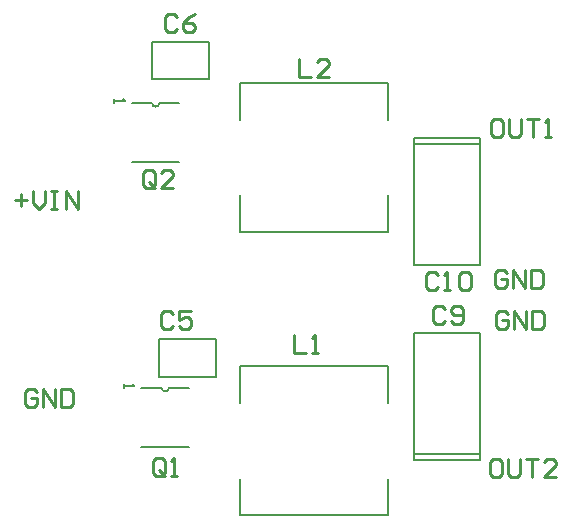
<source format=gto>
G04*
G04 #@! TF.GenerationSoftware,Altium Limited,Altium Designer,19.1.7 (138)*
G04*
G04 Layer_Color=65535*
%FSLAX44Y44*%
%MOMM*%
G71*
G01*
G75*
%ADD10C,0.2000*%
%ADD11C,0.2540*%
D10*
X143825Y175000D02*
G03*
X150175Y175000I3175J0D01*
G01*
X135825Y416000D02*
G03*
X142175Y416000I3175J0D01*
G01*
X127000Y175000D02*
X143825D01*
X150175D02*
X167000D01*
X127000Y125000D02*
X167000D01*
X119000Y366000D02*
X159000D01*
X142175Y416000D02*
X159000D01*
X119000D02*
X135825D01*
X358000Y381000D02*
Y386000D01*
X414000Y381000D02*
Y386000D01*
X358000D02*
X414000D01*
X358000Y381000D02*
X414000D01*
Y279000D02*
Y381000D01*
X358000Y279000D02*
X414000D01*
X358000D02*
Y381000D01*
X184000Y436000D02*
Y468000D01*
X136000Y436000D02*
X184000D01*
X136000D02*
Y468000D01*
X184000D01*
X210000Y67000D02*
Y98000D01*
Y162000D02*
Y193000D01*
X336000Y162000D02*
Y193000D01*
Y67000D02*
Y98000D01*
X210000Y67000D02*
X336000D01*
X210000Y193000D02*
X336000D01*
X414000Y114000D02*
Y119000D01*
X358000Y114000D02*
Y119000D01*
Y114000D02*
X414000D01*
X358000Y119000D02*
X414000D01*
X358000D02*
Y221000D01*
X414000D01*
Y119000D02*
Y221000D01*
X336000Y402000D02*
Y433000D01*
Y307000D02*
Y338000D01*
X210000Y307000D02*
Y338000D01*
Y402000D02*
Y433000D01*
X336000D01*
X210000Y307000D02*
X336000D01*
X142000Y184000D02*
X190000D01*
Y216000D01*
X142000D02*
X190000D01*
X142000Y184000D02*
Y216000D01*
X112000Y178000D02*
Y175001D01*
Y176500D01*
X120997D01*
X119498Y178000D01*
X104000Y419000D02*
Y416001D01*
Y417500D01*
X112997D01*
X111498Y419000D01*
D11*
X429618Y114235D02*
X424539D01*
X422000Y111696D01*
Y101539D01*
X424539Y99000D01*
X429618D01*
X432157Y101539D01*
Y111696D01*
X429618Y114235D01*
X437235D02*
Y101539D01*
X439774Y99000D01*
X444853D01*
X447392Y101539D01*
Y114235D01*
X452470D02*
X462627D01*
X457548D01*
Y99000D01*
X477862D02*
X467705D01*
X477862Y109157D01*
Y111696D01*
X475323Y114235D01*
X470244D01*
X467705Y111696D01*
X430617Y402235D02*
X425539D01*
X423000Y399696D01*
Y389539D01*
X425539Y387000D01*
X430617D01*
X433157Y389539D01*
Y399696D01*
X430617Y402235D01*
X438235D02*
Y389539D01*
X440774Y387000D01*
X445853D01*
X448392Y389539D01*
Y402235D01*
X453470D02*
X463627D01*
X458549D01*
Y387000D01*
X468705D02*
X473784D01*
X471244D01*
Y402235D01*
X468705Y399696D01*
X436157Y271696D02*
X433618Y274235D01*
X428539D01*
X426000Y271696D01*
Y261539D01*
X428539Y259000D01*
X433618D01*
X436157Y261539D01*
Y266618D01*
X431078D01*
X441235Y259000D02*
Y274235D01*
X451392Y259000D01*
Y274235D01*
X456470D02*
Y259000D01*
X464088D01*
X466627Y261539D01*
Y271696D01*
X464088Y274235D01*
X456470D01*
X437157Y237696D02*
X434618Y240235D01*
X429539D01*
X427000Y237696D01*
Y227539D01*
X429539Y225000D01*
X434618D01*
X437157Y227539D01*
Y232617D01*
X432078D01*
X442235Y225000D02*
Y240235D01*
X452392Y225000D01*
Y240235D01*
X457470D02*
Y225000D01*
X465088D01*
X467627Y227539D01*
Y237696D01*
X465088Y240235D01*
X457470D01*
X38157Y171696D02*
X35617Y174235D01*
X30539D01*
X28000Y171696D01*
Y161539D01*
X30539Y159000D01*
X35617D01*
X38157Y161539D01*
Y166618D01*
X33078D01*
X43235Y159000D02*
Y174235D01*
X53392Y159000D01*
Y174235D01*
X58470D02*
Y159000D01*
X66088D01*
X68627Y161539D01*
Y171696D01*
X66088Y174235D01*
X58470D01*
X20000Y333618D02*
X30157D01*
X25078Y338696D02*
Y328539D01*
X35235Y341235D02*
Y331078D01*
X40313Y326000D01*
X45392Y331078D01*
Y341235D01*
X50470D02*
X55549D01*
X53009D01*
Y326000D01*
X50470D01*
X55549D01*
X63166D02*
Y341235D01*
X73323Y326000D01*
Y341235D01*
X378157Y270696D02*
X375617Y273235D01*
X370539D01*
X368000Y270696D01*
Y260539D01*
X370539Y258000D01*
X375617D01*
X378157Y260539D01*
X383235Y258000D02*
X388313D01*
X385774D01*
Y273235D01*
X383235Y270696D01*
X395931D02*
X398470Y273235D01*
X403549D01*
X406088Y270696D01*
Y260539D01*
X403549Y258000D01*
X398470D01*
X395931Y260539D01*
Y270696D01*
X157157Y488696D02*
X154618Y491235D01*
X149539D01*
X147000Y488696D01*
Y478539D01*
X149539Y476000D01*
X154618D01*
X157157Y478539D01*
X172392Y491235D02*
X167313Y488696D01*
X162235Y483618D01*
Y478539D01*
X164774Y476000D01*
X169853D01*
X172392Y478539D01*
Y481078D01*
X169853Y483618D01*
X162235D01*
X256000Y219235D02*
Y204000D01*
X266157D01*
X271235D02*
X276313D01*
X273774D01*
Y219235D01*
X271235Y216696D01*
X384157Y241696D02*
X381618Y244235D01*
X376539D01*
X374000Y241696D01*
Y231539D01*
X376539Y229000D01*
X381618D01*
X384157Y231539D01*
X389235D02*
X391774Y229000D01*
X396853D01*
X399392Y231539D01*
Y241696D01*
X396853Y244235D01*
X391774D01*
X389235Y241696D01*
Y239157D01*
X391774Y236618D01*
X399392D01*
X147157Y102539D02*
Y112696D01*
X144618Y115235D01*
X139539D01*
X137000Y112696D01*
Y102539D01*
X139539Y100000D01*
X144618D01*
X142078Y105078D02*
X147157Y100000D01*
X144618D02*
X147157Y102539D01*
X152235Y100000D02*
X157313D01*
X154774D01*
Y115235D01*
X152235Y112696D01*
X138157Y346539D02*
Y356696D01*
X135618Y359235D01*
X130539D01*
X128000Y356696D01*
Y346539D01*
X130539Y344000D01*
X135618D01*
X133078Y349078D02*
X138157Y344000D01*
X135618D02*
X138157Y346539D01*
X153392Y344000D02*
X143235D01*
X153392Y354157D01*
Y356696D01*
X150853Y359235D01*
X145774D01*
X143235Y356696D01*
X260000Y453235D02*
Y438000D01*
X270157D01*
X285392D02*
X275235D01*
X285392Y448157D01*
Y450696D01*
X282853Y453235D01*
X277774D01*
X275235Y450696D01*
X153791Y237356D02*
X151251Y239895D01*
X146173D01*
X143634Y237356D01*
Y227199D01*
X146173Y224660D01*
X151251D01*
X153791Y227199D01*
X169026Y239895D02*
X158869D01*
Y232278D01*
X163947Y234817D01*
X166487D01*
X169026Y232278D01*
Y227199D01*
X166487Y224660D01*
X161408D01*
X158869Y227199D01*
M02*

</source>
